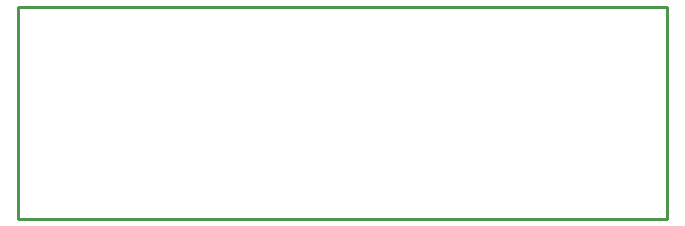
<source format=gko>
G04*
G04 #@! TF.GenerationSoftware,Altium Limited,Altium Designer,18.1.1 (9)*
G04*
G04 Layer_Color=16711935*
%FSLAX42Y42*%
%MOMM*%
G71*
G01*
G75*
%ADD44C,0.25*%
D44*
X0Y0D02*
Y1800D01*
X5500D01*
Y0D02*
Y1800D01*
X0Y0D02*
X5500D01*
M02*

</source>
